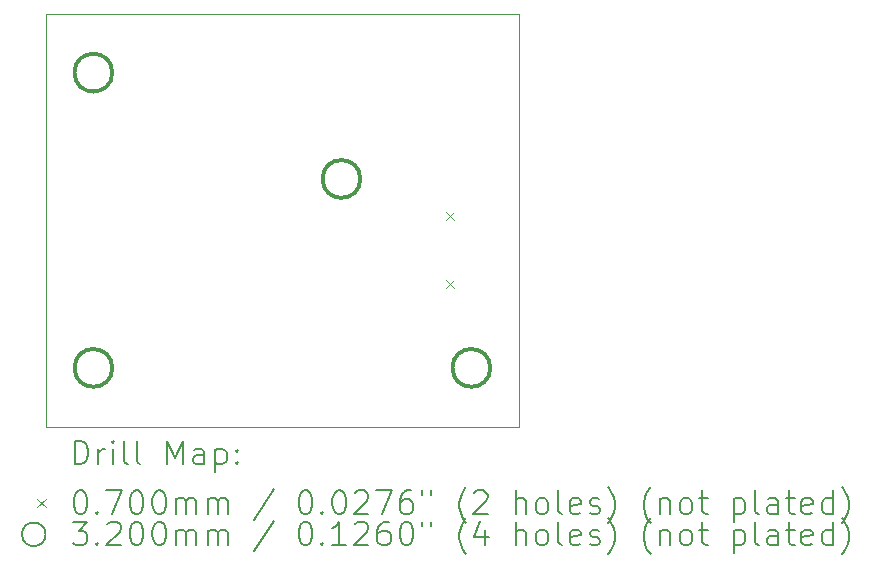
<source format=gbr>
%TF.GenerationSoftware,KiCad,Pcbnew,7.0.2*%
%TF.CreationDate,2023-11-10T23:31:00+01:00*%
%TF.ProjectId,PoweredUSB-Adapter,506f7765-7265-4645-9553-422d41646170,rev?*%
%TF.SameCoordinates,Original*%
%TF.FileFunction,Drillmap*%
%TF.FilePolarity,Positive*%
%FSLAX45Y45*%
G04 Gerber Fmt 4.5, Leading zero omitted, Abs format (unit mm)*
G04 Created by KiCad (PCBNEW 7.0.2) date 2023-11-10 23:31:00*
%MOMM*%
%LPD*%
G01*
G04 APERTURE LIST*
%ADD10C,0.100000*%
%ADD11C,0.200000*%
%ADD12C,0.070000*%
%ADD13C,0.320000*%
G04 APERTURE END LIST*
D10*
X10000000Y-6000000D02*
X10000000Y-9500000D01*
X10000000Y-9500000D02*
X14000000Y-9500000D01*
X14000000Y-9500000D02*
X14000000Y-6000000D01*
X14000000Y-6000000D02*
X10000000Y-6000000D01*
D11*
D12*
X13387000Y-7676000D02*
X13457000Y-7746000D01*
X13457000Y-7676000D02*
X13387000Y-7746000D01*
X13387000Y-8254000D02*
X13457000Y-8324000D01*
X13457000Y-8254000D02*
X13387000Y-8324000D01*
D13*
X10560000Y-6500000D02*
G75*
G03*
X10560000Y-6500000I-160000J0D01*
G01*
X10560000Y-9000000D02*
G75*
G03*
X10560000Y-9000000I-160000J0D01*
G01*
X12660000Y-7400000D02*
G75*
G03*
X12660000Y-7400000I-160000J0D01*
G01*
X13760000Y-9000000D02*
G75*
G03*
X13760000Y-9000000I-160000J0D01*
G01*
D11*
X10242619Y-9817524D02*
X10242619Y-9617524D01*
X10242619Y-9617524D02*
X10290238Y-9617524D01*
X10290238Y-9617524D02*
X10318810Y-9627048D01*
X10318810Y-9627048D02*
X10337857Y-9646095D01*
X10337857Y-9646095D02*
X10347381Y-9665143D01*
X10347381Y-9665143D02*
X10356905Y-9703238D01*
X10356905Y-9703238D02*
X10356905Y-9731810D01*
X10356905Y-9731810D02*
X10347381Y-9769905D01*
X10347381Y-9769905D02*
X10337857Y-9788952D01*
X10337857Y-9788952D02*
X10318810Y-9808000D01*
X10318810Y-9808000D02*
X10290238Y-9817524D01*
X10290238Y-9817524D02*
X10242619Y-9817524D01*
X10442619Y-9817524D02*
X10442619Y-9684190D01*
X10442619Y-9722286D02*
X10452143Y-9703238D01*
X10452143Y-9703238D02*
X10461667Y-9693714D01*
X10461667Y-9693714D02*
X10480714Y-9684190D01*
X10480714Y-9684190D02*
X10499762Y-9684190D01*
X10566429Y-9817524D02*
X10566429Y-9684190D01*
X10566429Y-9617524D02*
X10556905Y-9627048D01*
X10556905Y-9627048D02*
X10566429Y-9636571D01*
X10566429Y-9636571D02*
X10575952Y-9627048D01*
X10575952Y-9627048D02*
X10566429Y-9617524D01*
X10566429Y-9617524D02*
X10566429Y-9636571D01*
X10690238Y-9817524D02*
X10671190Y-9808000D01*
X10671190Y-9808000D02*
X10661667Y-9788952D01*
X10661667Y-9788952D02*
X10661667Y-9617524D01*
X10795000Y-9817524D02*
X10775952Y-9808000D01*
X10775952Y-9808000D02*
X10766429Y-9788952D01*
X10766429Y-9788952D02*
X10766429Y-9617524D01*
X11023571Y-9817524D02*
X11023571Y-9617524D01*
X11023571Y-9617524D02*
X11090238Y-9760381D01*
X11090238Y-9760381D02*
X11156905Y-9617524D01*
X11156905Y-9617524D02*
X11156905Y-9817524D01*
X11337857Y-9817524D02*
X11337857Y-9712762D01*
X11337857Y-9712762D02*
X11328333Y-9693714D01*
X11328333Y-9693714D02*
X11309286Y-9684190D01*
X11309286Y-9684190D02*
X11271190Y-9684190D01*
X11271190Y-9684190D02*
X11252143Y-9693714D01*
X11337857Y-9808000D02*
X11318809Y-9817524D01*
X11318809Y-9817524D02*
X11271190Y-9817524D01*
X11271190Y-9817524D02*
X11252143Y-9808000D01*
X11252143Y-9808000D02*
X11242619Y-9788952D01*
X11242619Y-9788952D02*
X11242619Y-9769905D01*
X11242619Y-9769905D02*
X11252143Y-9750857D01*
X11252143Y-9750857D02*
X11271190Y-9741333D01*
X11271190Y-9741333D02*
X11318809Y-9741333D01*
X11318809Y-9741333D02*
X11337857Y-9731810D01*
X11433095Y-9684190D02*
X11433095Y-9884190D01*
X11433095Y-9693714D02*
X11452143Y-9684190D01*
X11452143Y-9684190D02*
X11490238Y-9684190D01*
X11490238Y-9684190D02*
X11509286Y-9693714D01*
X11509286Y-9693714D02*
X11518809Y-9703238D01*
X11518809Y-9703238D02*
X11528333Y-9722286D01*
X11528333Y-9722286D02*
X11528333Y-9779429D01*
X11528333Y-9779429D02*
X11518809Y-9798476D01*
X11518809Y-9798476D02*
X11509286Y-9808000D01*
X11509286Y-9808000D02*
X11490238Y-9817524D01*
X11490238Y-9817524D02*
X11452143Y-9817524D01*
X11452143Y-9817524D02*
X11433095Y-9808000D01*
X11614048Y-9798476D02*
X11623571Y-9808000D01*
X11623571Y-9808000D02*
X11614048Y-9817524D01*
X11614048Y-9817524D02*
X11604524Y-9808000D01*
X11604524Y-9808000D02*
X11614048Y-9798476D01*
X11614048Y-9798476D02*
X11614048Y-9817524D01*
X11614048Y-9693714D02*
X11623571Y-9703238D01*
X11623571Y-9703238D02*
X11614048Y-9712762D01*
X11614048Y-9712762D02*
X11604524Y-9703238D01*
X11604524Y-9703238D02*
X11614048Y-9693714D01*
X11614048Y-9693714D02*
X11614048Y-9712762D01*
D12*
X9925000Y-10110000D02*
X9995000Y-10180000D01*
X9995000Y-10110000D02*
X9925000Y-10180000D01*
D11*
X10280714Y-10037524D02*
X10299762Y-10037524D01*
X10299762Y-10037524D02*
X10318810Y-10047048D01*
X10318810Y-10047048D02*
X10328333Y-10056571D01*
X10328333Y-10056571D02*
X10337857Y-10075619D01*
X10337857Y-10075619D02*
X10347381Y-10113714D01*
X10347381Y-10113714D02*
X10347381Y-10161333D01*
X10347381Y-10161333D02*
X10337857Y-10199429D01*
X10337857Y-10199429D02*
X10328333Y-10218476D01*
X10328333Y-10218476D02*
X10318810Y-10228000D01*
X10318810Y-10228000D02*
X10299762Y-10237524D01*
X10299762Y-10237524D02*
X10280714Y-10237524D01*
X10280714Y-10237524D02*
X10261667Y-10228000D01*
X10261667Y-10228000D02*
X10252143Y-10218476D01*
X10252143Y-10218476D02*
X10242619Y-10199429D01*
X10242619Y-10199429D02*
X10233095Y-10161333D01*
X10233095Y-10161333D02*
X10233095Y-10113714D01*
X10233095Y-10113714D02*
X10242619Y-10075619D01*
X10242619Y-10075619D02*
X10252143Y-10056571D01*
X10252143Y-10056571D02*
X10261667Y-10047048D01*
X10261667Y-10047048D02*
X10280714Y-10037524D01*
X10433095Y-10218476D02*
X10442619Y-10228000D01*
X10442619Y-10228000D02*
X10433095Y-10237524D01*
X10433095Y-10237524D02*
X10423571Y-10228000D01*
X10423571Y-10228000D02*
X10433095Y-10218476D01*
X10433095Y-10218476D02*
X10433095Y-10237524D01*
X10509286Y-10037524D02*
X10642619Y-10037524D01*
X10642619Y-10037524D02*
X10556905Y-10237524D01*
X10756905Y-10037524D02*
X10775952Y-10037524D01*
X10775952Y-10037524D02*
X10795000Y-10047048D01*
X10795000Y-10047048D02*
X10804524Y-10056571D01*
X10804524Y-10056571D02*
X10814048Y-10075619D01*
X10814048Y-10075619D02*
X10823571Y-10113714D01*
X10823571Y-10113714D02*
X10823571Y-10161333D01*
X10823571Y-10161333D02*
X10814048Y-10199429D01*
X10814048Y-10199429D02*
X10804524Y-10218476D01*
X10804524Y-10218476D02*
X10795000Y-10228000D01*
X10795000Y-10228000D02*
X10775952Y-10237524D01*
X10775952Y-10237524D02*
X10756905Y-10237524D01*
X10756905Y-10237524D02*
X10737857Y-10228000D01*
X10737857Y-10228000D02*
X10728333Y-10218476D01*
X10728333Y-10218476D02*
X10718810Y-10199429D01*
X10718810Y-10199429D02*
X10709286Y-10161333D01*
X10709286Y-10161333D02*
X10709286Y-10113714D01*
X10709286Y-10113714D02*
X10718810Y-10075619D01*
X10718810Y-10075619D02*
X10728333Y-10056571D01*
X10728333Y-10056571D02*
X10737857Y-10047048D01*
X10737857Y-10047048D02*
X10756905Y-10037524D01*
X10947381Y-10037524D02*
X10966429Y-10037524D01*
X10966429Y-10037524D02*
X10985476Y-10047048D01*
X10985476Y-10047048D02*
X10995000Y-10056571D01*
X10995000Y-10056571D02*
X11004524Y-10075619D01*
X11004524Y-10075619D02*
X11014048Y-10113714D01*
X11014048Y-10113714D02*
X11014048Y-10161333D01*
X11014048Y-10161333D02*
X11004524Y-10199429D01*
X11004524Y-10199429D02*
X10995000Y-10218476D01*
X10995000Y-10218476D02*
X10985476Y-10228000D01*
X10985476Y-10228000D02*
X10966429Y-10237524D01*
X10966429Y-10237524D02*
X10947381Y-10237524D01*
X10947381Y-10237524D02*
X10928333Y-10228000D01*
X10928333Y-10228000D02*
X10918810Y-10218476D01*
X10918810Y-10218476D02*
X10909286Y-10199429D01*
X10909286Y-10199429D02*
X10899762Y-10161333D01*
X10899762Y-10161333D02*
X10899762Y-10113714D01*
X10899762Y-10113714D02*
X10909286Y-10075619D01*
X10909286Y-10075619D02*
X10918810Y-10056571D01*
X10918810Y-10056571D02*
X10928333Y-10047048D01*
X10928333Y-10047048D02*
X10947381Y-10037524D01*
X11099762Y-10237524D02*
X11099762Y-10104190D01*
X11099762Y-10123238D02*
X11109286Y-10113714D01*
X11109286Y-10113714D02*
X11128333Y-10104190D01*
X11128333Y-10104190D02*
X11156905Y-10104190D01*
X11156905Y-10104190D02*
X11175952Y-10113714D01*
X11175952Y-10113714D02*
X11185476Y-10132762D01*
X11185476Y-10132762D02*
X11185476Y-10237524D01*
X11185476Y-10132762D02*
X11195000Y-10113714D01*
X11195000Y-10113714D02*
X11214048Y-10104190D01*
X11214048Y-10104190D02*
X11242619Y-10104190D01*
X11242619Y-10104190D02*
X11261667Y-10113714D01*
X11261667Y-10113714D02*
X11271190Y-10132762D01*
X11271190Y-10132762D02*
X11271190Y-10237524D01*
X11366429Y-10237524D02*
X11366429Y-10104190D01*
X11366429Y-10123238D02*
X11375952Y-10113714D01*
X11375952Y-10113714D02*
X11395000Y-10104190D01*
X11395000Y-10104190D02*
X11423571Y-10104190D01*
X11423571Y-10104190D02*
X11442619Y-10113714D01*
X11442619Y-10113714D02*
X11452143Y-10132762D01*
X11452143Y-10132762D02*
X11452143Y-10237524D01*
X11452143Y-10132762D02*
X11461667Y-10113714D01*
X11461667Y-10113714D02*
X11480714Y-10104190D01*
X11480714Y-10104190D02*
X11509286Y-10104190D01*
X11509286Y-10104190D02*
X11528333Y-10113714D01*
X11528333Y-10113714D02*
X11537857Y-10132762D01*
X11537857Y-10132762D02*
X11537857Y-10237524D01*
X11928333Y-10028000D02*
X11756905Y-10285143D01*
X12185476Y-10037524D02*
X12204524Y-10037524D01*
X12204524Y-10037524D02*
X12223572Y-10047048D01*
X12223572Y-10047048D02*
X12233095Y-10056571D01*
X12233095Y-10056571D02*
X12242619Y-10075619D01*
X12242619Y-10075619D02*
X12252143Y-10113714D01*
X12252143Y-10113714D02*
X12252143Y-10161333D01*
X12252143Y-10161333D02*
X12242619Y-10199429D01*
X12242619Y-10199429D02*
X12233095Y-10218476D01*
X12233095Y-10218476D02*
X12223572Y-10228000D01*
X12223572Y-10228000D02*
X12204524Y-10237524D01*
X12204524Y-10237524D02*
X12185476Y-10237524D01*
X12185476Y-10237524D02*
X12166429Y-10228000D01*
X12166429Y-10228000D02*
X12156905Y-10218476D01*
X12156905Y-10218476D02*
X12147381Y-10199429D01*
X12147381Y-10199429D02*
X12137857Y-10161333D01*
X12137857Y-10161333D02*
X12137857Y-10113714D01*
X12137857Y-10113714D02*
X12147381Y-10075619D01*
X12147381Y-10075619D02*
X12156905Y-10056571D01*
X12156905Y-10056571D02*
X12166429Y-10047048D01*
X12166429Y-10047048D02*
X12185476Y-10037524D01*
X12337857Y-10218476D02*
X12347381Y-10228000D01*
X12347381Y-10228000D02*
X12337857Y-10237524D01*
X12337857Y-10237524D02*
X12328333Y-10228000D01*
X12328333Y-10228000D02*
X12337857Y-10218476D01*
X12337857Y-10218476D02*
X12337857Y-10237524D01*
X12471191Y-10037524D02*
X12490238Y-10037524D01*
X12490238Y-10037524D02*
X12509286Y-10047048D01*
X12509286Y-10047048D02*
X12518810Y-10056571D01*
X12518810Y-10056571D02*
X12528333Y-10075619D01*
X12528333Y-10075619D02*
X12537857Y-10113714D01*
X12537857Y-10113714D02*
X12537857Y-10161333D01*
X12537857Y-10161333D02*
X12528333Y-10199429D01*
X12528333Y-10199429D02*
X12518810Y-10218476D01*
X12518810Y-10218476D02*
X12509286Y-10228000D01*
X12509286Y-10228000D02*
X12490238Y-10237524D01*
X12490238Y-10237524D02*
X12471191Y-10237524D01*
X12471191Y-10237524D02*
X12452143Y-10228000D01*
X12452143Y-10228000D02*
X12442619Y-10218476D01*
X12442619Y-10218476D02*
X12433095Y-10199429D01*
X12433095Y-10199429D02*
X12423572Y-10161333D01*
X12423572Y-10161333D02*
X12423572Y-10113714D01*
X12423572Y-10113714D02*
X12433095Y-10075619D01*
X12433095Y-10075619D02*
X12442619Y-10056571D01*
X12442619Y-10056571D02*
X12452143Y-10047048D01*
X12452143Y-10047048D02*
X12471191Y-10037524D01*
X12614048Y-10056571D02*
X12623572Y-10047048D01*
X12623572Y-10047048D02*
X12642619Y-10037524D01*
X12642619Y-10037524D02*
X12690238Y-10037524D01*
X12690238Y-10037524D02*
X12709286Y-10047048D01*
X12709286Y-10047048D02*
X12718810Y-10056571D01*
X12718810Y-10056571D02*
X12728333Y-10075619D01*
X12728333Y-10075619D02*
X12728333Y-10094667D01*
X12728333Y-10094667D02*
X12718810Y-10123238D01*
X12718810Y-10123238D02*
X12604524Y-10237524D01*
X12604524Y-10237524D02*
X12728333Y-10237524D01*
X12795000Y-10037524D02*
X12928333Y-10037524D01*
X12928333Y-10037524D02*
X12842619Y-10237524D01*
X13090238Y-10037524D02*
X13052143Y-10037524D01*
X13052143Y-10037524D02*
X13033095Y-10047048D01*
X13033095Y-10047048D02*
X13023572Y-10056571D01*
X13023572Y-10056571D02*
X13004524Y-10085143D01*
X13004524Y-10085143D02*
X12995000Y-10123238D01*
X12995000Y-10123238D02*
X12995000Y-10199429D01*
X12995000Y-10199429D02*
X13004524Y-10218476D01*
X13004524Y-10218476D02*
X13014048Y-10228000D01*
X13014048Y-10228000D02*
X13033095Y-10237524D01*
X13033095Y-10237524D02*
X13071191Y-10237524D01*
X13071191Y-10237524D02*
X13090238Y-10228000D01*
X13090238Y-10228000D02*
X13099762Y-10218476D01*
X13099762Y-10218476D02*
X13109286Y-10199429D01*
X13109286Y-10199429D02*
X13109286Y-10151810D01*
X13109286Y-10151810D02*
X13099762Y-10132762D01*
X13099762Y-10132762D02*
X13090238Y-10123238D01*
X13090238Y-10123238D02*
X13071191Y-10113714D01*
X13071191Y-10113714D02*
X13033095Y-10113714D01*
X13033095Y-10113714D02*
X13014048Y-10123238D01*
X13014048Y-10123238D02*
X13004524Y-10132762D01*
X13004524Y-10132762D02*
X12995000Y-10151810D01*
X13185476Y-10037524D02*
X13185476Y-10075619D01*
X13261667Y-10037524D02*
X13261667Y-10075619D01*
X13556905Y-10313714D02*
X13547381Y-10304190D01*
X13547381Y-10304190D02*
X13528334Y-10275619D01*
X13528334Y-10275619D02*
X13518810Y-10256571D01*
X13518810Y-10256571D02*
X13509286Y-10228000D01*
X13509286Y-10228000D02*
X13499762Y-10180381D01*
X13499762Y-10180381D02*
X13499762Y-10142286D01*
X13499762Y-10142286D02*
X13509286Y-10094667D01*
X13509286Y-10094667D02*
X13518810Y-10066095D01*
X13518810Y-10066095D02*
X13528334Y-10047048D01*
X13528334Y-10047048D02*
X13547381Y-10018476D01*
X13547381Y-10018476D02*
X13556905Y-10008952D01*
X13623572Y-10056571D02*
X13633095Y-10047048D01*
X13633095Y-10047048D02*
X13652143Y-10037524D01*
X13652143Y-10037524D02*
X13699762Y-10037524D01*
X13699762Y-10037524D02*
X13718810Y-10047048D01*
X13718810Y-10047048D02*
X13728334Y-10056571D01*
X13728334Y-10056571D02*
X13737857Y-10075619D01*
X13737857Y-10075619D02*
X13737857Y-10094667D01*
X13737857Y-10094667D02*
X13728334Y-10123238D01*
X13728334Y-10123238D02*
X13614048Y-10237524D01*
X13614048Y-10237524D02*
X13737857Y-10237524D01*
X13975953Y-10237524D02*
X13975953Y-10037524D01*
X14061667Y-10237524D02*
X14061667Y-10132762D01*
X14061667Y-10132762D02*
X14052143Y-10113714D01*
X14052143Y-10113714D02*
X14033096Y-10104190D01*
X14033096Y-10104190D02*
X14004524Y-10104190D01*
X14004524Y-10104190D02*
X13985476Y-10113714D01*
X13985476Y-10113714D02*
X13975953Y-10123238D01*
X14185476Y-10237524D02*
X14166429Y-10228000D01*
X14166429Y-10228000D02*
X14156905Y-10218476D01*
X14156905Y-10218476D02*
X14147381Y-10199429D01*
X14147381Y-10199429D02*
X14147381Y-10142286D01*
X14147381Y-10142286D02*
X14156905Y-10123238D01*
X14156905Y-10123238D02*
X14166429Y-10113714D01*
X14166429Y-10113714D02*
X14185476Y-10104190D01*
X14185476Y-10104190D02*
X14214048Y-10104190D01*
X14214048Y-10104190D02*
X14233096Y-10113714D01*
X14233096Y-10113714D02*
X14242619Y-10123238D01*
X14242619Y-10123238D02*
X14252143Y-10142286D01*
X14252143Y-10142286D02*
X14252143Y-10199429D01*
X14252143Y-10199429D02*
X14242619Y-10218476D01*
X14242619Y-10218476D02*
X14233096Y-10228000D01*
X14233096Y-10228000D02*
X14214048Y-10237524D01*
X14214048Y-10237524D02*
X14185476Y-10237524D01*
X14366429Y-10237524D02*
X14347381Y-10228000D01*
X14347381Y-10228000D02*
X14337857Y-10208952D01*
X14337857Y-10208952D02*
X14337857Y-10037524D01*
X14518810Y-10228000D02*
X14499762Y-10237524D01*
X14499762Y-10237524D02*
X14461667Y-10237524D01*
X14461667Y-10237524D02*
X14442619Y-10228000D01*
X14442619Y-10228000D02*
X14433096Y-10208952D01*
X14433096Y-10208952D02*
X14433096Y-10132762D01*
X14433096Y-10132762D02*
X14442619Y-10113714D01*
X14442619Y-10113714D02*
X14461667Y-10104190D01*
X14461667Y-10104190D02*
X14499762Y-10104190D01*
X14499762Y-10104190D02*
X14518810Y-10113714D01*
X14518810Y-10113714D02*
X14528334Y-10132762D01*
X14528334Y-10132762D02*
X14528334Y-10151810D01*
X14528334Y-10151810D02*
X14433096Y-10170857D01*
X14604524Y-10228000D02*
X14623572Y-10237524D01*
X14623572Y-10237524D02*
X14661667Y-10237524D01*
X14661667Y-10237524D02*
X14680715Y-10228000D01*
X14680715Y-10228000D02*
X14690238Y-10208952D01*
X14690238Y-10208952D02*
X14690238Y-10199429D01*
X14690238Y-10199429D02*
X14680715Y-10180381D01*
X14680715Y-10180381D02*
X14661667Y-10170857D01*
X14661667Y-10170857D02*
X14633096Y-10170857D01*
X14633096Y-10170857D02*
X14614048Y-10161333D01*
X14614048Y-10161333D02*
X14604524Y-10142286D01*
X14604524Y-10142286D02*
X14604524Y-10132762D01*
X14604524Y-10132762D02*
X14614048Y-10113714D01*
X14614048Y-10113714D02*
X14633096Y-10104190D01*
X14633096Y-10104190D02*
X14661667Y-10104190D01*
X14661667Y-10104190D02*
X14680715Y-10113714D01*
X14756905Y-10313714D02*
X14766429Y-10304190D01*
X14766429Y-10304190D02*
X14785477Y-10275619D01*
X14785477Y-10275619D02*
X14795000Y-10256571D01*
X14795000Y-10256571D02*
X14804524Y-10228000D01*
X14804524Y-10228000D02*
X14814048Y-10180381D01*
X14814048Y-10180381D02*
X14814048Y-10142286D01*
X14814048Y-10142286D02*
X14804524Y-10094667D01*
X14804524Y-10094667D02*
X14795000Y-10066095D01*
X14795000Y-10066095D02*
X14785477Y-10047048D01*
X14785477Y-10047048D02*
X14766429Y-10018476D01*
X14766429Y-10018476D02*
X14756905Y-10008952D01*
X15118810Y-10313714D02*
X15109286Y-10304190D01*
X15109286Y-10304190D02*
X15090238Y-10275619D01*
X15090238Y-10275619D02*
X15080715Y-10256571D01*
X15080715Y-10256571D02*
X15071191Y-10228000D01*
X15071191Y-10228000D02*
X15061667Y-10180381D01*
X15061667Y-10180381D02*
X15061667Y-10142286D01*
X15061667Y-10142286D02*
X15071191Y-10094667D01*
X15071191Y-10094667D02*
X15080715Y-10066095D01*
X15080715Y-10066095D02*
X15090238Y-10047048D01*
X15090238Y-10047048D02*
X15109286Y-10018476D01*
X15109286Y-10018476D02*
X15118810Y-10008952D01*
X15195000Y-10104190D02*
X15195000Y-10237524D01*
X15195000Y-10123238D02*
X15204524Y-10113714D01*
X15204524Y-10113714D02*
X15223572Y-10104190D01*
X15223572Y-10104190D02*
X15252143Y-10104190D01*
X15252143Y-10104190D02*
X15271191Y-10113714D01*
X15271191Y-10113714D02*
X15280715Y-10132762D01*
X15280715Y-10132762D02*
X15280715Y-10237524D01*
X15404524Y-10237524D02*
X15385477Y-10228000D01*
X15385477Y-10228000D02*
X15375953Y-10218476D01*
X15375953Y-10218476D02*
X15366429Y-10199429D01*
X15366429Y-10199429D02*
X15366429Y-10142286D01*
X15366429Y-10142286D02*
X15375953Y-10123238D01*
X15375953Y-10123238D02*
X15385477Y-10113714D01*
X15385477Y-10113714D02*
X15404524Y-10104190D01*
X15404524Y-10104190D02*
X15433096Y-10104190D01*
X15433096Y-10104190D02*
X15452143Y-10113714D01*
X15452143Y-10113714D02*
X15461667Y-10123238D01*
X15461667Y-10123238D02*
X15471191Y-10142286D01*
X15471191Y-10142286D02*
X15471191Y-10199429D01*
X15471191Y-10199429D02*
X15461667Y-10218476D01*
X15461667Y-10218476D02*
X15452143Y-10228000D01*
X15452143Y-10228000D02*
X15433096Y-10237524D01*
X15433096Y-10237524D02*
X15404524Y-10237524D01*
X15528334Y-10104190D02*
X15604524Y-10104190D01*
X15556905Y-10037524D02*
X15556905Y-10208952D01*
X15556905Y-10208952D02*
X15566429Y-10228000D01*
X15566429Y-10228000D02*
X15585477Y-10237524D01*
X15585477Y-10237524D02*
X15604524Y-10237524D01*
X15823572Y-10104190D02*
X15823572Y-10304190D01*
X15823572Y-10113714D02*
X15842619Y-10104190D01*
X15842619Y-10104190D02*
X15880715Y-10104190D01*
X15880715Y-10104190D02*
X15899762Y-10113714D01*
X15899762Y-10113714D02*
X15909286Y-10123238D01*
X15909286Y-10123238D02*
X15918810Y-10142286D01*
X15918810Y-10142286D02*
X15918810Y-10199429D01*
X15918810Y-10199429D02*
X15909286Y-10218476D01*
X15909286Y-10218476D02*
X15899762Y-10228000D01*
X15899762Y-10228000D02*
X15880715Y-10237524D01*
X15880715Y-10237524D02*
X15842619Y-10237524D01*
X15842619Y-10237524D02*
X15823572Y-10228000D01*
X16033096Y-10237524D02*
X16014048Y-10228000D01*
X16014048Y-10228000D02*
X16004524Y-10208952D01*
X16004524Y-10208952D02*
X16004524Y-10037524D01*
X16195000Y-10237524D02*
X16195000Y-10132762D01*
X16195000Y-10132762D02*
X16185477Y-10113714D01*
X16185477Y-10113714D02*
X16166429Y-10104190D01*
X16166429Y-10104190D02*
X16128334Y-10104190D01*
X16128334Y-10104190D02*
X16109286Y-10113714D01*
X16195000Y-10228000D02*
X16175953Y-10237524D01*
X16175953Y-10237524D02*
X16128334Y-10237524D01*
X16128334Y-10237524D02*
X16109286Y-10228000D01*
X16109286Y-10228000D02*
X16099762Y-10208952D01*
X16099762Y-10208952D02*
X16099762Y-10189905D01*
X16099762Y-10189905D02*
X16109286Y-10170857D01*
X16109286Y-10170857D02*
X16128334Y-10161333D01*
X16128334Y-10161333D02*
X16175953Y-10161333D01*
X16175953Y-10161333D02*
X16195000Y-10151810D01*
X16261667Y-10104190D02*
X16337858Y-10104190D01*
X16290239Y-10037524D02*
X16290239Y-10208952D01*
X16290239Y-10208952D02*
X16299762Y-10228000D01*
X16299762Y-10228000D02*
X16318810Y-10237524D01*
X16318810Y-10237524D02*
X16337858Y-10237524D01*
X16480715Y-10228000D02*
X16461667Y-10237524D01*
X16461667Y-10237524D02*
X16423572Y-10237524D01*
X16423572Y-10237524D02*
X16404524Y-10228000D01*
X16404524Y-10228000D02*
X16395000Y-10208952D01*
X16395000Y-10208952D02*
X16395000Y-10132762D01*
X16395000Y-10132762D02*
X16404524Y-10113714D01*
X16404524Y-10113714D02*
X16423572Y-10104190D01*
X16423572Y-10104190D02*
X16461667Y-10104190D01*
X16461667Y-10104190D02*
X16480715Y-10113714D01*
X16480715Y-10113714D02*
X16490239Y-10132762D01*
X16490239Y-10132762D02*
X16490239Y-10151810D01*
X16490239Y-10151810D02*
X16395000Y-10170857D01*
X16661667Y-10237524D02*
X16661667Y-10037524D01*
X16661667Y-10228000D02*
X16642620Y-10237524D01*
X16642620Y-10237524D02*
X16604524Y-10237524D01*
X16604524Y-10237524D02*
X16585477Y-10228000D01*
X16585477Y-10228000D02*
X16575953Y-10218476D01*
X16575953Y-10218476D02*
X16566429Y-10199429D01*
X16566429Y-10199429D02*
X16566429Y-10142286D01*
X16566429Y-10142286D02*
X16575953Y-10123238D01*
X16575953Y-10123238D02*
X16585477Y-10113714D01*
X16585477Y-10113714D02*
X16604524Y-10104190D01*
X16604524Y-10104190D02*
X16642620Y-10104190D01*
X16642620Y-10104190D02*
X16661667Y-10113714D01*
X16737858Y-10313714D02*
X16747381Y-10304190D01*
X16747381Y-10304190D02*
X16766429Y-10275619D01*
X16766429Y-10275619D02*
X16775953Y-10256571D01*
X16775953Y-10256571D02*
X16785477Y-10228000D01*
X16785477Y-10228000D02*
X16795001Y-10180381D01*
X16795001Y-10180381D02*
X16795001Y-10142286D01*
X16795001Y-10142286D02*
X16785477Y-10094667D01*
X16785477Y-10094667D02*
X16775953Y-10066095D01*
X16775953Y-10066095D02*
X16766429Y-10047048D01*
X16766429Y-10047048D02*
X16747381Y-10018476D01*
X16747381Y-10018476D02*
X16737858Y-10008952D01*
X9995000Y-10409000D02*
G75*
G03*
X9995000Y-10409000I-100000J0D01*
G01*
X10223571Y-10301524D02*
X10347381Y-10301524D01*
X10347381Y-10301524D02*
X10280714Y-10377714D01*
X10280714Y-10377714D02*
X10309286Y-10377714D01*
X10309286Y-10377714D02*
X10328333Y-10387238D01*
X10328333Y-10387238D02*
X10337857Y-10396762D01*
X10337857Y-10396762D02*
X10347381Y-10415810D01*
X10347381Y-10415810D02*
X10347381Y-10463429D01*
X10347381Y-10463429D02*
X10337857Y-10482476D01*
X10337857Y-10482476D02*
X10328333Y-10492000D01*
X10328333Y-10492000D02*
X10309286Y-10501524D01*
X10309286Y-10501524D02*
X10252143Y-10501524D01*
X10252143Y-10501524D02*
X10233095Y-10492000D01*
X10233095Y-10492000D02*
X10223571Y-10482476D01*
X10433095Y-10482476D02*
X10442619Y-10492000D01*
X10442619Y-10492000D02*
X10433095Y-10501524D01*
X10433095Y-10501524D02*
X10423571Y-10492000D01*
X10423571Y-10492000D02*
X10433095Y-10482476D01*
X10433095Y-10482476D02*
X10433095Y-10501524D01*
X10518810Y-10320571D02*
X10528333Y-10311048D01*
X10528333Y-10311048D02*
X10547381Y-10301524D01*
X10547381Y-10301524D02*
X10595000Y-10301524D01*
X10595000Y-10301524D02*
X10614048Y-10311048D01*
X10614048Y-10311048D02*
X10623571Y-10320571D01*
X10623571Y-10320571D02*
X10633095Y-10339619D01*
X10633095Y-10339619D02*
X10633095Y-10358667D01*
X10633095Y-10358667D02*
X10623571Y-10387238D01*
X10623571Y-10387238D02*
X10509286Y-10501524D01*
X10509286Y-10501524D02*
X10633095Y-10501524D01*
X10756905Y-10301524D02*
X10775952Y-10301524D01*
X10775952Y-10301524D02*
X10795000Y-10311048D01*
X10795000Y-10311048D02*
X10804524Y-10320571D01*
X10804524Y-10320571D02*
X10814048Y-10339619D01*
X10814048Y-10339619D02*
X10823571Y-10377714D01*
X10823571Y-10377714D02*
X10823571Y-10425333D01*
X10823571Y-10425333D02*
X10814048Y-10463429D01*
X10814048Y-10463429D02*
X10804524Y-10482476D01*
X10804524Y-10482476D02*
X10795000Y-10492000D01*
X10795000Y-10492000D02*
X10775952Y-10501524D01*
X10775952Y-10501524D02*
X10756905Y-10501524D01*
X10756905Y-10501524D02*
X10737857Y-10492000D01*
X10737857Y-10492000D02*
X10728333Y-10482476D01*
X10728333Y-10482476D02*
X10718810Y-10463429D01*
X10718810Y-10463429D02*
X10709286Y-10425333D01*
X10709286Y-10425333D02*
X10709286Y-10377714D01*
X10709286Y-10377714D02*
X10718810Y-10339619D01*
X10718810Y-10339619D02*
X10728333Y-10320571D01*
X10728333Y-10320571D02*
X10737857Y-10311048D01*
X10737857Y-10311048D02*
X10756905Y-10301524D01*
X10947381Y-10301524D02*
X10966429Y-10301524D01*
X10966429Y-10301524D02*
X10985476Y-10311048D01*
X10985476Y-10311048D02*
X10995000Y-10320571D01*
X10995000Y-10320571D02*
X11004524Y-10339619D01*
X11004524Y-10339619D02*
X11014048Y-10377714D01*
X11014048Y-10377714D02*
X11014048Y-10425333D01*
X11014048Y-10425333D02*
X11004524Y-10463429D01*
X11004524Y-10463429D02*
X10995000Y-10482476D01*
X10995000Y-10482476D02*
X10985476Y-10492000D01*
X10985476Y-10492000D02*
X10966429Y-10501524D01*
X10966429Y-10501524D02*
X10947381Y-10501524D01*
X10947381Y-10501524D02*
X10928333Y-10492000D01*
X10928333Y-10492000D02*
X10918810Y-10482476D01*
X10918810Y-10482476D02*
X10909286Y-10463429D01*
X10909286Y-10463429D02*
X10899762Y-10425333D01*
X10899762Y-10425333D02*
X10899762Y-10377714D01*
X10899762Y-10377714D02*
X10909286Y-10339619D01*
X10909286Y-10339619D02*
X10918810Y-10320571D01*
X10918810Y-10320571D02*
X10928333Y-10311048D01*
X10928333Y-10311048D02*
X10947381Y-10301524D01*
X11099762Y-10501524D02*
X11099762Y-10368190D01*
X11099762Y-10387238D02*
X11109286Y-10377714D01*
X11109286Y-10377714D02*
X11128333Y-10368190D01*
X11128333Y-10368190D02*
X11156905Y-10368190D01*
X11156905Y-10368190D02*
X11175952Y-10377714D01*
X11175952Y-10377714D02*
X11185476Y-10396762D01*
X11185476Y-10396762D02*
X11185476Y-10501524D01*
X11185476Y-10396762D02*
X11195000Y-10377714D01*
X11195000Y-10377714D02*
X11214048Y-10368190D01*
X11214048Y-10368190D02*
X11242619Y-10368190D01*
X11242619Y-10368190D02*
X11261667Y-10377714D01*
X11261667Y-10377714D02*
X11271190Y-10396762D01*
X11271190Y-10396762D02*
X11271190Y-10501524D01*
X11366429Y-10501524D02*
X11366429Y-10368190D01*
X11366429Y-10387238D02*
X11375952Y-10377714D01*
X11375952Y-10377714D02*
X11395000Y-10368190D01*
X11395000Y-10368190D02*
X11423571Y-10368190D01*
X11423571Y-10368190D02*
X11442619Y-10377714D01*
X11442619Y-10377714D02*
X11452143Y-10396762D01*
X11452143Y-10396762D02*
X11452143Y-10501524D01*
X11452143Y-10396762D02*
X11461667Y-10377714D01*
X11461667Y-10377714D02*
X11480714Y-10368190D01*
X11480714Y-10368190D02*
X11509286Y-10368190D01*
X11509286Y-10368190D02*
X11528333Y-10377714D01*
X11528333Y-10377714D02*
X11537857Y-10396762D01*
X11537857Y-10396762D02*
X11537857Y-10501524D01*
X11928333Y-10292000D02*
X11756905Y-10549143D01*
X12185476Y-10301524D02*
X12204524Y-10301524D01*
X12204524Y-10301524D02*
X12223572Y-10311048D01*
X12223572Y-10311048D02*
X12233095Y-10320571D01*
X12233095Y-10320571D02*
X12242619Y-10339619D01*
X12242619Y-10339619D02*
X12252143Y-10377714D01*
X12252143Y-10377714D02*
X12252143Y-10425333D01*
X12252143Y-10425333D02*
X12242619Y-10463429D01*
X12242619Y-10463429D02*
X12233095Y-10482476D01*
X12233095Y-10482476D02*
X12223572Y-10492000D01*
X12223572Y-10492000D02*
X12204524Y-10501524D01*
X12204524Y-10501524D02*
X12185476Y-10501524D01*
X12185476Y-10501524D02*
X12166429Y-10492000D01*
X12166429Y-10492000D02*
X12156905Y-10482476D01*
X12156905Y-10482476D02*
X12147381Y-10463429D01*
X12147381Y-10463429D02*
X12137857Y-10425333D01*
X12137857Y-10425333D02*
X12137857Y-10377714D01*
X12137857Y-10377714D02*
X12147381Y-10339619D01*
X12147381Y-10339619D02*
X12156905Y-10320571D01*
X12156905Y-10320571D02*
X12166429Y-10311048D01*
X12166429Y-10311048D02*
X12185476Y-10301524D01*
X12337857Y-10482476D02*
X12347381Y-10492000D01*
X12347381Y-10492000D02*
X12337857Y-10501524D01*
X12337857Y-10501524D02*
X12328333Y-10492000D01*
X12328333Y-10492000D02*
X12337857Y-10482476D01*
X12337857Y-10482476D02*
X12337857Y-10501524D01*
X12537857Y-10501524D02*
X12423572Y-10501524D01*
X12480714Y-10501524D02*
X12480714Y-10301524D01*
X12480714Y-10301524D02*
X12461667Y-10330095D01*
X12461667Y-10330095D02*
X12442619Y-10349143D01*
X12442619Y-10349143D02*
X12423572Y-10358667D01*
X12614048Y-10320571D02*
X12623572Y-10311048D01*
X12623572Y-10311048D02*
X12642619Y-10301524D01*
X12642619Y-10301524D02*
X12690238Y-10301524D01*
X12690238Y-10301524D02*
X12709286Y-10311048D01*
X12709286Y-10311048D02*
X12718810Y-10320571D01*
X12718810Y-10320571D02*
X12728333Y-10339619D01*
X12728333Y-10339619D02*
X12728333Y-10358667D01*
X12728333Y-10358667D02*
X12718810Y-10387238D01*
X12718810Y-10387238D02*
X12604524Y-10501524D01*
X12604524Y-10501524D02*
X12728333Y-10501524D01*
X12899762Y-10301524D02*
X12861667Y-10301524D01*
X12861667Y-10301524D02*
X12842619Y-10311048D01*
X12842619Y-10311048D02*
X12833095Y-10320571D01*
X12833095Y-10320571D02*
X12814048Y-10349143D01*
X12814048Y-10349143D02*
X12804524Y-10387238D01*
X12804524Y-10387238D02*
X12804524Y-10463429D01*
X12804524Y-10463429D02*
X12814048Y-10482476D01*
X12814048Y-10482476D02*
X12823572Y-10492000D01*
X12823572Y-10492000D02*
X12842619Y-10501524D01*
X12842619Y-10501524D02*
X12880714Y-10501524D01*
X12880714Y-10501524D02*
X12899762Y-10492000D01*
X12899762Y-10492000D02*
X12909286Y-10482476D01*
X12909286Y-10482476D02*
X12918810Y-10463429D01*
X12918810Y-10463429D02*
X12918810Y-10415810D01*
X12918810Y-10415810D02*
X12909286Y-10396762D01*
X12909286Y-10396762D02*
X12899762Y-10387238D01*
X12899762Y-10387238D02*
X12880714Y-10377714D01*
X12880714Y-10377714D02*
X12842619Y-10377714D01*
X12842619Y-10377714D02*
X12823572Y-10387238D01*
X12823572Y-10387238D02*
X12814048Y-10396762D01*
X12814048Y-10396762D02*
X12804524Y-10415810D01*
X13042619Y-10301524D02*
X13061667Y-10301524D01*
X13061667Y-10301524D02*
X13080714Y-10311048D01*
X13080714Y-10311048D02*
X13090238Y-10320571D01*
X13090238Y-10320571D02*
X13099762Y-10339619D01*
X13099762Y-10339619D02*
X13109286Y-10377714D01*
X13109286Y-10377714D02*
X13109286Y-10425333D01*
X13109286Y-10425333D02*
X13099762Y-10463429D01*
X13099762Y-10463429D02*
X13090238Y-10482476D01*
X13090238Y-10482476D02*
X13080714Y-10492000D01*
X13080714Y-10492000D02*
X13061667Y-10501524D01*
X13061667Y-10501524D02*
X13042619Y-10501524D01*
X13042619Y-10501524D02*
X13023572Y-10492000D01*
X13023572Y-10492000D02*
X13014048Y-10482476D01*
X13014048Y-10482476D02*
X13004524Y-10463429D01*
X13004524Y-10463429D02*
X12995000Y-10425333D01*
X12995000Y-10425333D02*
X12995000Y-10377714D01*
X12995000Y-10377714D02*
X13004524Y-10339619D01*
X13004524Y-10339619D02*
X13014048Y-10320571D01*
X13014048Y-10320571D02*
X13023572Y-10311048D01*
X13023572Y-10311048D02*
X13042619Y-10301524D01*
X13185476Y-10301524D02*
X13185476Y-10339619D01*
X13261667Y-10301524D02*
X13261667Y-10339619D01*
X13556905Y-10577714D02*
X13547381Y-10568190D01*
X13547381Y-10568190D02*
X13528334Y-10539619D01*
X13528334Y-10539619D02*
X13518810Y-10520571D01*
X13518810Y-10520571D02*
X13509286Y-10492000D01*
X13509286Y-10492000D02*
X13499762Y-10444381D01*
X13499762Y-10444381D02*
X13499762Y-10406286D01*
X13499762Y-10406286D02*
X13509286Y-10358667D01*
X13509286Y-10358667D02*
X13518810Y-10330095D01*
X13518810Y-10330095D02*
X13528334Y-10311048D01*
X13528334Y-10311048D02*
X13547381Y-10282476D01*
X13547381Y-10282476D02*
X13556905Y-10272952D01*
X13718810Y-10368190D02*
X13718810Y-10501524D01*
X13671191Y-10292000D02*
X13623572Y-10434857D01*
X13623572Y-10434857D02*
X13747381Y-10434857D01*
X13975953Y-10501524D02*
X13975953Y-10301524D01*
X14061667Y-10501524D02*
X14061667Y-10396762D01*
X14061667Y-10396762D02*
X14052143Y-10377714D01*
X14052143Y-10377714D02*
X14033096Y-10368190D01*
X14033096Y-10368190D02*
X14004524Y-10368190D01*
X14004524Y-10368190D02*
X13985476Y-10377714D01*
X13985476Y-10377714D02*
X13975953Y-10387238D01*
X14185476Y-10501524D02*
X14166429Y-10492000D01*
X14166429Y-10492000D02*
X14156905Y-10482476D01*
X14156905Y-10482476D02*
X14147381Y-10463429D01*
X14147381Y-10463429D02*
X14147381Y-10406286D01*
X14147381Y-10406286D02*
X14156905Y-10387238D01*
X14156905Y-10387238D02*
X14166429Y-10377714D01*
X14166429Y-10377714D02*
X14185476Y-10368190D01*
X14185476Y-10368190D02*
X14214048Y-10368190D01*
X14214048Y-10368190D02*
X14233096Y-10377714D01*
X14233096Y-10377714D02*
X14242619Y-10387238D01*
X14242619Y-10387238D02*
X14252143Y-10406286D01*
X14252143Y-10406286D02*
X14252143Y-10463429D01*
X14252143Y-10463429D02*
X14242619Y-10482476D01*
X14242619Y-10482476D02*
X14233096Y-10492000D01*
X14233096Y-10492000D02*
X14214048Y-10501524D01*
X14214048Y-10501524D02*
X14185476Y-10501524D01*
X14366429Y-10501524D02*
X14347381Y-10492000D01*
X14347381Y-10492000D02*
X14337857Y-10472952D01*
X14337857Y-10472952D02*
X14337857Y-10301524D01*
X14518810Y-10492000D02*
X14499762Y-10501524D01*
X14499762Y-10501524D02*
X14461667Y-10501524D01*
X14461667Y-10501524D02*
X14442619Y-10492000D01*
X14442619Y-10492000D02*
X14433096Y-10472952D01*
X14433096Y-10472952D02*
X14433096Y-10396762D01*
X14433096Y-10396762D02*
X14442619Y-10377714D01*
X14442619Y-10377714D02*
X14461667Y-10368190D01*
X14461667Y-10368190D02*
X14499762Y-10368190D01*
X14499762Y-10368190D02*
X14518810Y-10377714D01*
X14518810Y-10377714D02*
X14528334Y-10396762D01*
X14528334Y-10396762D02*
X14528334Y-10415810D01*
X14528334Y-10415810D02*
X14433096Y-10434857D01*
X14604524Y-10492000D02*
X14623572Y-10501524D01*
X14623572Y-10501524D02*
X14661667Y-10501524D01*
X14661667Y-10501524D02*
X14680715Y-10492000D01*
X14680715Y-10492000D02*
X14690238Y-10472952D01*
X14690238Y-10472952D02*
X14690238Y-10463429D01*
X14690238Y-10463429D02*
X14680715Y-10444381D01*
X14680715Y-10444381D02*
X14661667Y-10434857D01*
X14661667Y-10434857D02*
X14633096Y-10434857D01*
X14633096Y-10434857D02*
X14614048Y-10425333D01*
X14614048Y-10425333D02*
X14604524Y-10406286D01*
X14604524Y-10406286D02*
X14604524Y-10396762D01*
X14604524Y-10396762D02*
X14614048Y-10377714D01*
X14614048Y-10377714D02*
X14633096Y-10368190D01*
X14633096Y-10368190D02*
X14661667Y-10368190D01*
X14661667Y-10368190D02*
X14680715Y-10377714D01*
X14756905Y-10577714D02*
X14766429Y-10568190D01*
X14766429Y-10568190D02*
X14785477Y-10539619D01*
X14785477Y-10539619D02*
X14795000Y-10520571D01*
X14795000Y-10520571D02*
X14804524Y-10492000D01*
X14804524Y-10492000D02*
X14814048Y-10444381D01*
X14814048Y-10444381D02*
X14814048Y-10406286D01*
X14814048Y-10406286D02*
X14804524Y-10358667D01*
X14804524Y-10358667D02*
X14795000Y-10330095D01*
X14795000Y-10330095D02*
X14785477Y-10311048D01*
X14785477Y-10311048D02*
X14766429Y-10282476D01*
X14766429Y-10282476D02*
X14756905Y-10272952D01*
X15118810Y-10577714D02*
X15109286Y-10568190D01*
X15109286Y-10568190D02*
X15090238Y-10539619D01*
X15090238Y-10539619D02*
X15080715Y-10520571D01*
X15080715Y-10520571D02*
X15071191Y-10492000D01*
X15071191Y-10492000D02*
X15061667Y-10444381D01*
X15061667Y-10444381D02*
X15061667Y-10406286D01*
X15061667Y-10406286D02*
X15071191Y-10358667D01*
X15071191Y-10358667D02*
X15080715Y-10330095D01*
X15080715Y-10330095D02*
X15090238Y-10311048D01*
X15090238Y-10311048D02*
X15109286Y-10282476D01*
X15109286Y-10282476D02*
X15118810Y-10272952D01*
X15195000Y-10368190D02*
X15195000Y-10501524D01*
X15195000Y-10387238D02*
X15204524Y-10377714D01*
X15204524Y-10377714D02*
X15223572Y-10368190D01*
X15223572Y-10368190D02*
X15252143Y-10368190D01*
X15252143Y-10368190D02*
X15271191Y-10377714D01*
X15271191Y-10377714D02*
X15280715Y-10396762D01*
X15280715Y-10396762D02*
X15280715Y-10501524D01*
X15404524Y-10501524D02*
X15385477Y-10492000D01*
X15385477Y-10492000D02*
X15375953Y-10482476D01*
X15375953Y-10482476D02*
X15366429Y-10463429D01*
X15366429Y-10463429D02*
X15366429Y-10406286D01*
X15366429Y-10406286D02*
X15375953Y-10387238D01*
X15375953Y-10387238D02*
X15385477Y-10377714D01*
X15385477Y-10377714D02*
X15404524Y-10368190D01*
X15404524Y-10368190D02*
X15433096Y-10368190D01*
X15433096Y-10368190D02*
X15452143Y-10377714D01*
X15452143Y-10377714D02*
X15461667Y-10387238D01*
X15461667Y-10387238D02*
X15471191Y-10406286D01*
X15471191Y-10406286D02*
X15471191Y-10463429D01*
X15471191Y-10463429D02*
X15461667Y-10482476D01*
X15461667Y-10482476D02*
X15452143Y-10492000D01*
X15452143Y-10492000D02*
X15433096Y-10501524D01*
X15433096Y-10501524D02*
X15404524Y-10501524D01*
X15528334Y-10368190D02*
X15604524Y-10368190D01*
X15556905Y-10301524D02*
X15556905Y-10472952D01*
X15556905Y-10472952D02*
X15566429Y-10492000D01*
X15566429Y-10492000D02*
X15585477Y-10501524D01*
X15585477Y-10501524D02*
X15604524Y-10501524D01*
X15823572Y-10368190D02*
X15823572Y-10568190D01*
X15823572Y-10377714D02*
X15842619Y-10368190D01*
X15842619Y-10368190D02*
X15880715Y-10368190D01*
X15880715Y-10368190D02*
X15899762Y-10377714D01*
X15899762Y-10377714D02*
X15909286Y-10387238D01*
X15909286Y-10387238D02*
X15918810Y-10406286D01*
X15918810Y-10406286D02*
X15918810Y-10463429D01*
X15918810Y-10463429D02*
X15909286Y-10482476D01*
X15909286Y-10482476D02*
X15899762Y-10492000D01*
X15899762Y-10492000D02*
X15880715Y-10501524D01*
X15880715Y-10501524D02*
X15842619Y-10501524D01*
X15842619Y-10501524D02*
X15823572Y-10492000D01*
X16033096Y-10501524D02*
X16014048Y-10492000D01*
X16014048Y-10492000D02*
X16004524Y-10472952D01*
X16004524Y-10472952D02*
X16004524Y-10301524D01*
X16195000Y-10501524D02*
X16195000Y-10396762D01*
X16195000Y-10396762D02*
X16185477Y-10377714D01*
X16185477Y-10377714D02*
X16166429Y-10368190D01*
X16166429Y-10368190D02*
X16128334Y-10368190D01*
X16128334Y-10368190D02*
X16109286Y-10377714D01*
X16195000Y-10492000D02*
X16175953Y-10501524D01*
X16175953Y-10501524D02*
X16128334Y-10501524D01*
X16128334Y-10501524D02*
X16109286Y-10492000D01*
X16109286Y-10492000D02*
X16099762Y-10472952D01*
X16099762Y-10472952D02*
X16099762Y-10453905D01*
X16099762Y-10453905D02*
X16109286Y-10434857D01*
X16109286Y-10434857D02*
X16128334Y-10425333D01*
X16128334Y-10425333D02*
X16175953Y-10425333D01*
X16175953Y-10425333D02*
X16195000Y-10415810D01*
X16261667Y-10368190D02*
X16337858Y-10368190D01*
X16290239Y-10301524D02*
X16290239Y-10472952D01*
X16290239Y-10472952D02*
X16299762Y-10492000D01*
X16299762Y-10492000D02*
X16318810Y-10501524D01*
X16318810Y-10501524D02*
X16337858Y-10501524D01*
X16480715Y-10492000D02*
X16461667Y-10501524D01*
X16461667Y-10501524D02*
X16423572Y-10501524D01*
X16423572Y-10501524D02*
X16404524Y-10492000D01*
X16404524Y-10492000D02*
X16395000Y-10472952D01*
X16395000Y-10472952D02*
X16395000Y-10396762D01*
X16395000Y-10396762D02*
X16404524Y-10377714D01*
X16404524Y-10377714D02*
X16423572Y-10368190D01*
X16423572Y-10368190D02*
X16461667Y-10368190D01*
X16461667Y-10368190D02*
X16480715Y-10377714D01*
X16480715Y-10377714D02*
X16490239Y-10396762D01*
X16490239Y-10396762D02*
X16490239Y-10415810D01*
X16490239Y-10415810D02*
X16395000Y-10434857D01*
X16661667Y-10501524D02*
X16661667Y-10301524D01*
X16661667Y-10492000D02*
X16642620Y-10501524D01*
X16642620Y-10501524D02*
X16604524Y-10501524D01*
X16604524Y-10501524D02*
X16585477Y-10492000D01*
X16585477Y-10492000D02*
X16575953Y-10482476D01*
X16575953Y-10482476D02*
X16566429Y-10463429D01*
X16566429Y-10463429D02*
X16566429Y-10406286D01*
X16566429Y-10406286D02*
X16575953Y-10387238D01*
X16575953Y-10387238D02*
X16585477Y-10377714D01*
X16585477Y-10377714D02*
X16604524Y-10368190D01*
X16604524Y-10368190D02*
X16642620Y-10368190D01*
X16642620Y-10368190D02*
X16661667Y-10377714D01*
X16737858Y-10577714D02*
X16747381Y-10568190D01*
X16747381Y-10568190D02*
X16766429Y-10539619D01*
X16766429Y-10539619D02*
X16775953Y-10520571D01*
X16775953Y-10520571D02*
X16785477Y-10492000D01*
X16785477Y-10492000D02*
X16795001Y-10444381D01*
X16795001Y-10444381D02*
X16795001Y-10406286D01*
X16795001Y-10406286D02*
X16785477Y-10358667D01*
X16785477Y-10358667D02*
X16775953Y-10330095D01*
X16775953Y-10330095D02*
X16766429Y-10311048D01*
X16766429Y-10311048D02*
X16747381Y-10282476D01*
X16747381Y-10282476D02*
X16737858Y-10272952D01*
M02*

</source>
